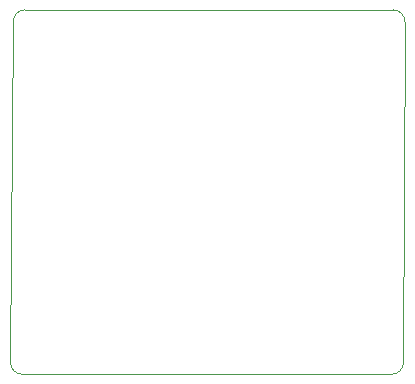
<source format=gbr>
%TF.GenerationSoftware,KiCad,Pcbnew,7.0.6*%
%TF.CreationDate,2024-02-28T21:28:34-05:00*%
%TF.ProjectId,Magnetic,4d61676e-6574-4696-932e-6b696361645f,rev?*%
%TF.SameCoordinates,Original*%
%TF.FileFunction,Profile,NP*%
%FSLAX46Y46*%
G04 Gerber Fmt 4.6, Leading zero omitted, Abs format (unit mm)*
G04 Created by KiCad (PCBNEW 7.0.6) date 2024-02-28 21:28:34*
%MOMM*%
%LPD*%
G01*
G04 APERTURE LIST*
%TA.AperFunction,Profile*%
%ADD10C,0.100000*%
%TD*%
G04 APERTURE END LIST*
D10*
X135910107Y-69342006D02*
G75*
G03*
X136910098Y-68346115I-7J1000006D01*
G01*
X137028868Y-39485115D02*
X136910098Y-68346115D01*
X137028892Y-39485115D02*
G75*
G03*
X136028876Y-38481000I-999992J4115D01*
G01*
X103640298Y-68333770D02*
X103877837Y-39472770D01*
X104877803Y-38481000D02*
X136028876Y-38481000D01*
X135910107Y-69342000D02*
X104640264Y-69342000D01*
X104877803Y-38481004D02*
G75*
G03*
X103877838Y-39472770I-3J-999996D01*
G01*
X103640233Y-68333769D02*
G75*
G03*
X104640264Y-69342000I1000067J-8131D01*
G01*
M02*

</source>
